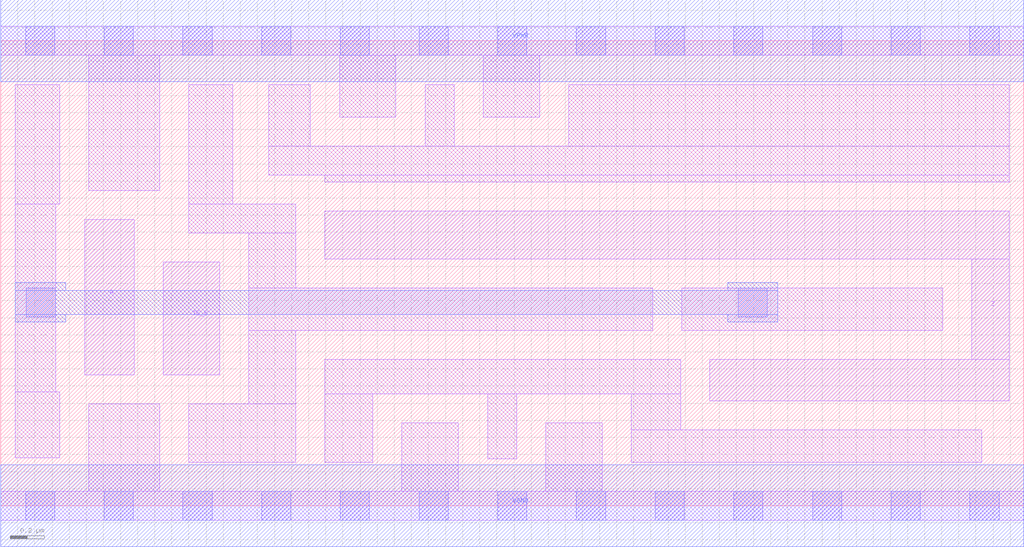
<source format=lef>
# Copyright 2020 The SkyWater PDK Authors
#
# Licensed under the Apache License, Version 2.0 (the "License");
# you may not use this file except in compliance with the License.
# You may obtain a copy of the License at
#
#     https://www.apache.org/licenses/LICENSE-2.0
#
# Unless required by applicable law or agreed to in writing, software
# distributed under the License is distributed on an "AS IS" BASIS,
# WITHOUT WARRANTIES OR CONDITIONS OF ANY KIND, either express or implied.
# See the License for the specific language governing permissions and
# limitations under the License.
#
# SPDX-License-Identifier: Apache-2.0

VERSION 5.7 ;
  NAMESCASESENSITIVE ON ;
  NOWIREEXTENSIONATPIN ON ;
  DIVIDERCHAR "/" ;
  BUSBITCHARS "[]" ;
UNITS
  DATABASE MICRONS 200 ;
END UNITS
MACRO sky130_fd_sc_hd__ebufn_4
  CLASS CORE ;
  SOURCE USER ;
  FOREIGN sky130_fd_sc_hd__ebufn_4 ;
  ORIGIN  0.000000  0.000000 ;
  SIZE  5.980000 BY  2.720000 ;
  SYMMETRY X Y R90 ;
  SITE unithd ;
  PIN A
    ANTENNAGATEAREA  0.247500 ;
    DIRECTION INPUT ;
    USE SIGNAL ;
    PORT
      LAYER li1 ;
        RECT 0.490000 0.765000 0.780000 1.675000 ;
    END
  END A
  PIN TE_B
    ANTENNAGATEAREA  0.811500 ;
    DIRECTION INPUT ;
    USE SIGNAL ;
    PORT
      LAYER li1 ;
        RECT 0.950000 0.765000 1.280000 1.425000 ;
    END
  END TE_B
  PIN Z
    ANTENNADIFFAREA  0.891000 ;
    DIRECTION OUTPUT ;
    USE SIGNAL ;
    PORT
      LAYER li1 ;
        RECT 1.895000 1.445000 5.895000 1.725000 ;
        RECT 4.145000 0.615000 5.895000 0.855000 ;
        RECT 5.675000 0.855000 5.895000 1.445000 ;
    END
  END Z
  PIN VGND
    DIRECTION INOUT ;
    SHAPE ABUTMENT ;
    USE GROUND ;
    PORT
      LAYER met1 ;
        RECT 0.000000 -0.240000 5.980000 0.240000 ;
    END
  END VGND
  PIN VPWR
    DIRECTION INOUT ;
    SHAPE ABUTMENT ;
    USE POWER ;
    PORT
      LAYER met1 ;
        RECT 0.000000 2.480000 5.980000 2.960000 ;
    END
  END VPWR
  OBS
    LAYER li1 ;
      RECT 0.000000 -0.085000 5.980000 0.085000 ;
      RECT 0.000000  2.635000 5.980000 2.805000 ;
      RECT 0.085000  0.280000 0.345000 0.665000 ;
      RECT 0.085000  0.665000 0.320000 1.765000 ;
      RECT 0.085000  1.765000 0.345000 2.465000 ;
      RECT 0.515000  0.085000 0.930000 0.595000 ;
      RECT 0.515000  1.845000 0.930000 2.635000 ;
      RECT 1.100000  0.255000 1.725000 0.595000 ;
      RECT 1.100000  1.595000 1.725000 1.765000 ;
      RECT 1.100000  1.765000 1.355000 2.465000 ;
      RECT 1.450000  0.595000 1.725000 1.025000 ;
      RECT 1.450000  1.025000 3.810000 1.275000 ;
      RECT 1.450000  1.275000 1.725000 1.595000 ;
      RECT 1.565000  1.935000 5.895000 2.105000 ;
      RECT 1.565000  2.105000 1.810000 2.465000 ;
      RECT 1.895000  0.255000 2.175000 0.655000 ;
      RECT 1.895000  0.655000 3.975000 0.855000 ;
      RECT 1.895000  1.895000 5.895000 1.935000 ;
      RECT 1.980000  2.275000 2.310000 2.635000 ;
      RECT 2.345000  0.085000 2.675000 0.485000 ;
      RECT 2.480000  2.105000 2.650000 2.465000 ;
      RECT 2.820000  2.275000 3.150000 2.635000 ;
      RECT 2.845000  0.275000 3.015000 0.655000 ;
      RECT 3.185000  0.085000 3.515000 0.485000 ;
      RECT 3.320000  2.105000 5.895000 2.465000 ;
      RECT 3.685000  0.255000 5.735000 0.445000 ;
      RECT 3.685000  0.445000 3.975000 0.655000 ;
      RECT 3.980000  1.025000 5.505000 1.275000 ;
    LAYER mcon ;
      RECT 0.145000 -0.085000 0.315000 0.085000 ;
      RECT 0.145000  2.635000 0.315000 2.805000 ;
      RECT 0.150000  1.105000 0.320000 1.275000 ;
      RECT 0.605000 -0.085000 0.775000 0.085000 ;
      RECT 0.605000  2.635000 0.775000 2.805000 ;
      RECT 1.065000 -0.085000 1.235000 0.085000 ;
      RECT 1.065000  2.635000 1.235000 2.805000 ;
      RECT 1.525000 -0.085000 1.695000 0.085000 ;
      RECT 1.525000  2.635000 1.695000 2.805000 ;
      RECT 1.985000 -0.085000 2.155000 0.085000 ;
      RECT 1.985000  2.635000 2.155000 2.805000 ;
      RECT 2.445000 -0.085000 2.615000 0.085000 ;
      RECT 2.445000  2.635000 2.615000 2.805000 ;
      RECT 2.905000 -0.085000 3.075000 0.085000 ;
      RECT 2.905000  2.635000 3.075000 2.805000 ;
      RECT 3.365000 -0.085000 3.535000 0.085000 ;
      RECT 3.365000  2.635000 3.535000 2.805000 ;
      RECT 3.825000 -0.085000 3.995000 0.085000 ;
      RECT 3.825000  2.635000 3.995000 2.805000 ;
      RECT 4.285000 -0.085000 4.455000 0.085000 ;
      RECT 4.285000  2.635000 4.455000 2.805000 ;
      RECT 4.310000  1.105000 4.480000 1.275000 ;
      RECT 4.745000 -0.085000 4.915000 0.085000 ;
      RECT 4.745000  2.635000 4.915000 2.805000 ;
      RECT 5.205000 -0.085000 5.375000 0.085000 ;
      RECT 5.205000  2.635000 5.375000 2.805000 ;
      RECT 5.665000 -0.085000 5.835000 0.085000 ;
      RECT 5.665000  2.635000 5.835000 2.805000 ;
    LAYER met1 ;
      RECT 0.085000 1.075000 0.380000 1.120000 ;
      RECT 0.085000 1.120000 4.540000 1.260000 ;
      RECT 0.085000 1.260000 0.380000 1.305000 ;
      RECT 4.250000 1.075000 4.540000 1.120000 ;
      RECT 4.250000 1.260000 4.540000 1.305000 ;
  END
END sky130_fd_sc_hd__ebufn_4
END LIBRARY

</source>
